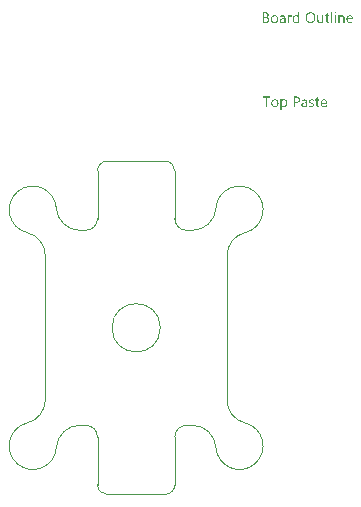
<source format=gtp>
G04*
G04 #@! TF.GenerationSoftware,Altium Limited,Altium Designer,21.8.1 (53)*
G04*
G04 Layer_Color=8421504*
%FSAX25Y25*%
%MOIN*%
G70*
G04*
G04 #@! TF.SameCoordinates,905CEB84-E458-47E2-99EE-E5A9494BEB7C*
G04*
G04*
G04 #@! TF.FilePolarity,Positive*
G04*
G01*
G75*
%ADD10C,0.00394*%
G36*
X0066434Y0137775D02*
X0066458D01*
X0066514Y0137751D01*
X0066545Y0137732D01*
X0066576Y0137707D01*
X0066582Y0137701D01*
X0066588Y0137695D01*
X0066619Y0137658D01*
X0066644Y0137596D01*
X0066650Y0137559D01*
X0066656Y0137522D01*
Y0137515D01*
Y0137503D01*
X0066650Y0137484D01*
X0066644Y0137460D01*
X0066625Y0137398D01*
X0066601Y0137367D01*
X0066576Y0137336D01*
X0066570D01*
X0066563Y0137323D01*
X0066526Y0137299D01*
X0066471Y0137274D01*
X0066434Y0137268D01*
X0066396Y0137262D01*
X0066378D01*
X0066359Y0137268D01*
X0066334D01*
X0066273Y0137293D01*
X0066242Y0137305D01*
X0066211Y0137330D01*
Y0137336D01*
X0066198Y0137342D01*
X0066186Y0137361D01*
X0066173Y0137379D01*
X0066149Y0137441D01*
X0066143Y0137478D01*
X0066136Y0137522D01*
Y0137528D01*
Y0137540D01*
X0066143Y0137559D01*
X0066149Y0137590D01*
X0066167Y0137645D01*
X0066186Y0137676D01*
X0066211Y0137707D01*
X0066217Y0137713D01*
X0066223Y0137720D01*
X0066260Y0137744D01*
X0066322Y0137769D01*
X0066359Y0137782D01*
X0066415D01*
X0066434Y0137775D01*
D02*
G37*
G36*
X0054444Y0134111D02*
X0054041D01*
Y0134532D01*
X0054029D01*
Y0134526D01*
X0054016Y0134513D01*
X0053998Y0134488D01*
X0053979Y0134458D01*
X0053948Y0134420D01*
X0053911Y0134383D01*
X0053868Y0134340D01*
X0053818Y0134297D01*
X0053763Y0134247D01*
X0053694Y0134204D01*
X0053626Y0134167D01*
X0053546Y0134129D01*
X0053465Y0134098D01*
X0053373Y0134074D01*
X0053274Y0134061D01*
X0053168Y0134055D01*
X0053125D01*
X0053088Y0134061D01*
X0053051Y0134067D01*
X0053001Y0134074D01*
X0052896Y0134098D01*
X0052772Y0134136D01*
X0052648Y0134197D01*
X0052580Y0134235D01*
X0052525Y0134278D01*
X0052463Y0134334D01*
X0052407Y0134389D01*
Y0134396D01*
X0052395Y0134408D01*
X0052382Y0134426D01*
X0052364Y0134451D01*
X0052345Y0134482D01*
X0052320Y0134526D01*
X0052296Y0134575D01*
X0052271Y0134631D01*
X0052240Y0134693D01*
X0052215Y0134761D01*
X0052190Y0134835D01*
X0052172Y0134915D01*
X0052153Y0135002D01*
X0052141Y0135101D01*
X0052135Y0135200D01*
X0052128Y0135306D01*
Y0135312D01*
Y0135330D01*
Y0135367D01*
X0052135Y0135411D01*
X0052141Y0135460D01*
X0052147Y0135522D01*
X0052153Y0135590D01*
X0052166Y0135664D01*
X0052203Y0135826D01*
X0052258Y0135993D01*
X0052296Y0136073D01*
X0052339Y0136153D01*
X0052382Y0136228D01*
X0052438Y0136302D01*
X0052444Y0136308D01*
X0052450Y0136321D01*
X0052469Y0136339D01*
X0052494Y0136364D01*
X0052525Y0136389D01*
X0052568Y0136420D01*
X0052611Y0136457D01*
X0052661Y0136494D01*
X0052785Y0136562D01*
X0052927Y0136624D01*
X0053007Y0136643D01*
X0053094Y0136661D01*
X0053181Y0136673D01*
X0053280Y0136680D01*
X0053329D01*
X0053366Y0136673D01*
X0053404Y0136667D01*
X0053453Y0136661D01*
X0053565Y0136630D01*
X0053688Y0136581D01*
X0053750Y0136550D01*
X0053812Y0136506D01*
X0053874Y0136463D01*
X0053930Y0136407D01*
X0053979Y0136345D01*
X0054029Y0136271D01*
X0054041D01*
Y0137831D01*
X0054444D01*
Y0134111D01*
D02*
G37*
G36*
X0068711Y0136673D02*
X0068786Y0136667D01*
X0068879Y0136649D01*
X0068978Y0136618D01*
X0069083Y0136568D01*
X0069188Y0136500D01*
X0069231Y0136463D01*
X0069275Y0136414D01*
X0069287Y0136401D01*
X0069312Y0136364D01*
X0069343Y0136302D01*
X0069386Y0136215D01*
X0069423Y0136110D01*
X0069460Y0135980D01*
X0069485Y0135826D01*
X0069491Y0135646D01*
Y0134111D01*
X0069089D01*
Y0135541D01*
Y0135547D01*
Y0135578D01*
X0069083Y0135615D01*
Y0135664D01*
X0069070Y0135726D01*
X0069058Y0135794D01*
X0069039Y0135869D01*
X0069015Y0135943D01*
X0068984Y0136017D01*
X0068947Y0136085D01*
X0068897Y0136153D01*
X0068841Y0136215D01*
X0068779Y0136265D01*
X0068699Y0136302D01*
X0068612Y0136333D01*
X0068507Y0136339D01*
X0068495D01*
X0068458Y0136333D01*
X0068402Y0136327D01*
X0068334Y0136308D01*
X0068253Y0136284D01*
X0068167Y0136240D01*
X0068086Y0136185D01*
X0068006Y0136110D01*
X0068000Y0136098D01*
X0067975Y0136073D01*
X0067944Y0136024D01*
X0067907Y0135956D01*
X0067870Y0135875D01*
X0067839Y0135776D01*
X0067814Y0135664D01*
X0067808Y0135541D01*
Y0134111D01*
X0067405D01*
Y0136624D01*
X0067808D01*
Y0136203D01*
X0067820D01*
X0067826Y0136209D01*
X0067832Y0136222D01*
X0067851Y0136246D01*
X0067876Y0136277D01*
X0067901Y0136314D01*
X0067938Y0136352D01*
X0067981Y0136395D01*
X0068031Y0136444D01*
X0068086Y0136488D01*
X0068148Y0136531D01*
X0068216Y0136568D01*
X0068291Y0136605D01*
X0068365Y0136636D01*
X0068451Y0136661D01*
X0068544Y0136673D01*
X0068643Y0136680D01*
X0068681D01*
X0068711Y0136673D01*
D02*
G37*
G36*
X0051714Y0136661D02*
X0051788Y0136655D01*
X0051831Y0136643D01*
X0051862Y0136630D01*
Y0136215D01*
X0051856Y0136222D01*
X0051844Y0136228D01*
X0051819Y0136240D01*
X0051788Y0136259D01*
X0051745Y0136271D01*
X0051689Y0136284D01*
X0051627Y0136290D01*
X0051559Y0136296D01*
X0051547D01*
X0051516Y0136290D01*
X0051466Y0136284D01*
X0051410Y0136265D01*
X0051336Y0136234D01*
X0051268Y0136191D01*
X0051194Y0136129D01*
X0051126Y0136048D01*
X0051119Y0136036D01*
X0051101Y0136005D01*
X0051070Y0135949D01*
X0051039Y0135875D01*
X0051008Y0135782D01*
X0050977Y0135664D01*
X0050959Y0135535D01*
X0050952Y0135386D01*
Y0134111D01*
X0050550D01*
Y0136624D01*
X0050952D01*
Y0136104D01*
X0050965D01*
Y0136110D01*
X0050971Y0136116D01*
X0050983Y0136147D01*
X0051002Y0136197D01*
X0051033Y0136259D01*
X0051064Y0136321D01*
X0051113Y0136389D01*
X0051163Y0136457D01*
X0051225Y0136519D01*
X0051231Y0136525D01*
X0051256Y0136544D01*
X0051293Y0136568D01*
X0051342Y0136593D01*
X0051398Y0136618D01*
X0051466Y0136643D01*
X0051540Y0136661D01*
X0051621Y0136667D01*
X0051676D01*
X0051714Y0136661D01*
D02*
G37*
G36*
X0062453Y0134111D02*
X0062051D01*
Y0134507D01*
X0062039D01*
Y0134501D01*
X0062026Y0134488D01*
X0062014Y0134464D01*
X0061989Y0134439D01*
X0061933Y0134365D01*
X0061847Y0134284D01*
X0061797Y0134241D01*
X0061742Y0134197D01*
X0061680Y0134160D01*
X0061605Y0134123D01*
X0061531Y0134098D01*
X0061450Y0134074D01*
X0061358Y0134061D01*
X0061265Y0134055D01*
X0061228D01*
X0061184Y0134061D01*
X0061123Y0134074D01*
X0061054Y0134086D01*
X0060980Y0134111D01*
X0060900Y0134142D01*
X0060819Y0134191D01*
X0060733Y0134247D01*
X0060652Y0134315D01*
X0060578Y0134402D01*
X0060510Y0134507D01*
X0060448Y0134625D01*
X0060404Y0134767D01*
X0060380Y0134934D01*
X0060367Y0135021D01*
Y0135120D01*
Y0136624D01*
X0060764D01*
Y0135182D01*
Y0135176D01*
Y0135151D01*
X0060770Y0135107D01*
X0060776Y0135058D01*
X0060782Y0134996D01*
X0060794Y0134934D01*
X0060813Y0134860D01*
X0060838Y0134785D01*
X0060875Y0134711D01*
X0060912Y0134643D01*
X0060962Y0134575D01*
X0061023Y0134513D01*
X0061092Y0134464D01*
X0061172Y0134426D01*
X0061271Y0134396D01*
X0061376Y0134389D01*
X0061389D01*
X0061426Y0134396D01*
X0061481Y0134402D01*
X0061543Y0134414D01*
X0061624Y0134445D01*
X0061704Y0134482D01*
X0061785Y0134532D01*
X0061859Y0134606D01*
X0061865Y0134618D01*
X0061890Y0134643D01*
X0061921Y0134693D01*
X0061958Y0134761D01*
X0061989Y0134841D01*
X0062020Y0134940D01*
X0062045Y0135052D01*
X0062051Y0135176D01*
Y0136624D01*
X0062453D01*
Y0134111D01*
D02*
G37*
G36*
X0066588D02*
X0066186D01*
Y0136624D01*
X0066588D01*
Y0134111D01*
D02*
G37*
G36*
X0065369D02*
X0064966D01*
Y0137831D01*
X0065369D01*
Y0134111D01*
D02*
G37*
G36*
X0048990Y0136673D02*
X0049046Y0136667D01*
X0049114Y0136649D01*
X0049188Y0136630D01*
X0049269Y0136599D01*
X0049355Y0136562D01*
X0049436Y0136513D01*
X0049516Y0136451D01*
X0049591Y0136376D01*
X0049659Y0136284D01*
X0049714Y0136178D01*
X0049758Y0136055D01*
X0049782Y0135912D01*
X0049795Y0135745D01*
Y0134111D01*
X0049392D01*
Y0134501D01*
X0049380D01*
Y0134495D01*
X0049368Y0134482D01*
X0049355Y0134458D01*
X0049330Y0134433D01*
X0049269Y0134358D01*
X0049188Y0134278D01*
X0049077Y0134197D01*
X0048947Y0134123D01*
X0048866Y0134098D01*
X0048786Y0134074D01*
X0048699Y0134061D01*
X0048606Y0134055D01*
X0048569D01*
X0048544Y0134061D01*
X0048476Y0134067D01*
X0048396Y0134080D01*
X0048297Y0134105D01*
X0048204Y0134136D01*
X0048105Y0134185D01*
X0048018Y0134247D01*
X0048012Y0134259D01*
X0047987Y0134284D01*
X0047950Y0134327D01*
X0047913Y0134389D01*
X0047876Y0134464D01*
X0047839Y0134550D01*
X0047814Y0134656D01*
X0047808Y0134773D01*
Y0134779D01*
Y0134804D01*
X0047814Y0134841D01*
X0047820Y0134885D01*
X0047833Y0134940D01*
X0047851Y0135002D01*
X0047876Y0135070D01*
X0047913Y0135138D01*
X0047956Y0135213D01*
X0048012Y0135287D01*
X0048080Y0135355D01*
X0048161Y0135417D01*
X0048254Y0135479D01*
X0048365Y0135528D01*
X0048489Y0135565D01*
X0048637Y0135596D01*
X0049392Y0135702D01*
Y0135708D01*
Y0135726D01*
X0049386Y0135764D01*
Y0135801D01*
X0049374Y0135850D01*
X0049368Y0135906D01*
X0049330Y0136024D01*
X0049300Y0136079D01*
X0049269Y0136135D01*
X0049225Y0136191D01*
X0049176Y0136240D01*
X0049114Y0136284D01*
X0049046Y0136314D01*
X0048965Y0136333D01*
X0048873Y0136339D01*
X0048829D01*
X0048798Y0136333D01*
X0048755D01*
X0048711Y0136321D01*
X0048600Y0136302D01*
X0048476Y0136265D01*
X0048340Y0136209D01*
X0048266Y0136172D01*
X0048198Y0136135D01*
X0048123Y0136085D01*
X0048055Y0136030D01*
Y0136444D01*
X0048062D01*
X0048074Y0136457D01*
X0048092Y0136469D01*
X0048123Y0136482D01*
X0048154Y0136500D01*
X0048198Y0136519D01*
X0048247Y0136537D01*
X0048303Y0136562D01*
X0048427Y0136605D01*
X0048575Y0136643D01*
X0048736Y0136667D01*
X0048910Y0136680D01*
X0048947D01*
X0048990Y0136673D01*
D02*
G37*
G36*
X0043301Y0137621D02*
X0043345D01*
X0043388Y0137614D01*
X0043487Y0137602D01*
X0043605Y0137571D01*
X0043729Y0137534D01*
X0043846Y0137478D01*
X0043951Y0137404D01*
X0043958D01*
X0043964Y0137391D01*
X0043995Y0137367D01*
X0044038Y0137317D01*
X0044088Y0137249D01*
X0044131Y0137162D01*
X0044174Y0137064D01*
X0044205Y0136952D01*
X0044218Y0136890D01*
Y0136822D01*
Y0136816D01*
Y0136810D01*
Y0136773D01*
X0044211Y0136717D01*
X0044199Y0136649D01*
X0044180Y0136562D01*
X0044150Y0136475D01*
X0044112Y0136389D01*
X0044057Y0136302D01*
X0044050Y0136290D01*
X0044026Y0136265D01*
X0043988Y0136228D01*
X0043939Y0136178D01*
X0043877Y0136129D01*
X0043803Y0136073D01*
X0043710Y0136030D01*
X0043611Y0135986D01*
Y0135980D01*
X0043630D01*
X0043648Y0135974D01*
X0043667Y0135968D01*
X0043735Y0135956D01*
X0043815Y0135931D01*
X0043902Y0135894D01*
X0043995Y0135850D01*
X0044088Y0135788D01*
X0044174Y0135708D01*
X0044187Y0135696D01*
X0044211Y0135664D01*
X0044242Y0135621D01*
X0044286Y0135553D01*
X0044323Y0135467D01*
X0044360Y0135367D01*
X0044385Y0135250D01*
X0044391Y0135120D01*
Y0135114D01*
Y0135101D01*
Y0135076D01*
X0044385Y0135046D01*
X0044379Y0135008D01*
X0044372Y0134965D01*
X0044348Y0134860D01*
X0044310Y0134742D01*
X0044255Y0134618D01*
X0044218Y0134563D01*
X0044174Y0134501D01*
X0044118Y0134445D01*
X0044063Y0134389D01*
X0044057D01*
X0044050Y0134377D01*
X0044032Y0134365D01*
X0044007Y0134346D01*
X0043976Y0134327D01*
X0043933Y0134303D01*
X0043840Y0134253D01*
X0043722Y0134197D01*
X0043586Y0134154D01*
X0043425Y0134123D01*
X0043345Y0134117D01*
X0043252Y0134111D01*
X0042224D01*
Y0137627D01*
X0043270D01*
X0043301Y0137621D01*
D02*
G37*
G36*
X0063797Y0136624D02*
X0064434D01*
Y0136277D01*
X0063797D01*
Y0134860D01*
Y0134847D01*
Y0134817D01*
X0063803Y0134773D01*
X0063809Y0134718D01*
X0063834Y0134600D01*
X0063852Y0134544D01*
X0063883Y0134501D01*
X0063889Y0134495D01*
X0063902Y0134482D01*
X0063920Y0134470D01*
X0063951Y0134451D01*
X0063988Y0134426D01*
X0064038Y0134414D01*
X0064100Y0134402D01*
X0064168Y0134396D01*
X0064193D01*
X0064224Y0134402D01*
X0064261Y0134408D01*
X0064347Y0134433D01*
X0064391Y0134451D01*
X0064434Y0134476D01*
Y0134129D01*
X0064428D01*
X0064409Y0134117D01*
X0064378Y0134111D01*
X0064335Y0134098D01*
X0064279Y0134086D01*
X0064218Y0134074D01*
X0064143Y0134067D01*
X0064056Y0134061D01*
X0064026D01*
X0063995Y0134067D01*
X0063951Y0134074D01*
X0063902Y0134086D01*
X0063846Y0134098D01*
X0063790Y0134123D01*
X0063728Y0134154D01*
X0063667Y0134191D01*
X0063605Y0134241D01*
X0063549Y0134297D01*
X0063499Y0134371D01*
X0063456Y0134451D01*
X0063425Y0134550D01*
X0063400Y0134662D01*
X0063394Y0134792D01*
Y0136277D01*
X0062967D01*
Y0136624D01*
X0063394D01*
Y0137237D01*
X0063797Y0137367D01*
Y0136624D01*
D02*
G37*
G36*
X0071324Y0136673D02*
X0071367Y0136667D01*
X0071410Y0136661D01*
X0071522Y0136643D01*
X0071645Y0136599D01*
X0071769Y0136544D01*
X0071831Y0136506D01*
X0071893Y0136463D01*
X0071949Y0136414D01*
X0072004Y0136358D01*
X0072011Y0136352D01*
X0072017Y0136345D01*
X0072029Y0136327D01*
X0072048Y0136302D01*
X0072066Y0136265D01*
X0072091Y0136228D01*
X0072116Y0136185D01*
X0072141Y0136129D01*
X0072165Y0136067D01*
X0072190Y0136005D01*
X0072215Y0135931D01*
X0072233Y0135850D01*
X0072252Y0135764D01*
X0072264Y0135677D01*
X0072277Y0135578D01*
Y0135473D01*
Y0135262D01*
X0070500D01*
Y0135256D01*
Y0135244D01*
Y0135225D01*
X0070507Y0135194D01*
X0070513Y0135157D01*
Y0135120D01*
X0070531Y0135021D01*
X0070562Y0134922D01*
X0070599Y0134810D01*
X0070655Y0134705D01*
X0070723Y0134612D01*
X0070736Y0134600D01*
X0070760Y0134575D01*
X0070810Y0134544D01*
X0070878Y0134501D01*
X0070965Y0134458D01*
X0071064Y0134426D01*
X0071181Y0134402D01*
X0071317Y0134389D01*
X0071361D01*
X0071392Y0134396D01*
X0071429D01*
X0071472Y0134402D01*
X0071577Y0134426D01*
X0071695Y0134458D01*
X0071825Y0134507D01*
X0071961Y0134575D01*
X0072029Y0134618D01*
X0072097Y0134668D01*
Y0134290D01*
X0072091D01*
X0072085Y0134278D01*
X0072066Y0134272D01*
X0072035Y0134253D01*
X0072004Y0134235D01*
X0071967Y0134216D01*
X0071918Y0134197D01*
X0071868Y0134173D01*
X0071806Y0134148D01*
X0071738Y0134129D01*
X0071590Y0134092D01*
X0071416Y0134067D01*
X0071224Y0134055D01*
X0071175D01*
X0071138Y0134061D01*
X0071095Y0134067D01*
X0071039Y0134074D01*
X0070921Y0134098D01*
X0070785Y0134136D01*
X0070649Y0134197D01*
X0070581Y0134241D01*
X0070513Y0134284D01*
X0070451Y0134334D01*
X0070389Y0134396D01*
X0070383Y0134402D01*
X0070376Y0134414D01*
X0070364Y0134433D01*
X0070339Y0134458D01*
X0070321Y0134495D01*
X0070296Y0134538D01*
X0070265Y0134588D01*
X0070240Y0134643D01*
X0070209Y0134705D01*
X0070185Y0134779D01*
X0070154Y0134860D01*
X0070135Y0134947D01*
X0070117Y0135039D01*
X0070098Y0135138D01*
X0070092Y0135244D01*
X0070086Y0135355D01*
Y0135361D01*
Y0135380D01*
Y0135411D01*
X0070092Y0135454D01*
X0070098Y0135504D01*
X0070104Y0135559D01*
X0070110Y0135627D01*
X0070129Y0135696D01*
X0070166Y0135844D01*
X0070222Y0136005D01*
X0070259Y0136085D01*
X0070308Y0136160D01*
X0070358Y0136240D01*
X0070414Y0136308D01*
X0070420Y0136314D01*
X0070432Y0136327D01*
X0070451Y0136345D01*
X0070476Y0136364D01*
X0070507Y0136395D01*
X0070544Y0136426D01*
X0070593Y0136457D01*
X0070643Y0136494D01*
X0070760Y0136562D01*
X0070903Y0136624D01*
X0070983Y0136643D01*
X0071064Y0136661D01*
X0071150Y0136673D01*
X0071243Y0136680D01*
X0071293D01*
X0071324Y0136673D01*
D02*
G37*
G36*
X0058281Y0137682D02*
X0058343Y0137676D01*
X0058417Y0137664D01*
X0058498Y0137645D01*
X0058585Y0137627D01*
X0058671Y0137602D01*
X0058770Y0137571D01*
X0058863Y0137528D01*
X0058962Y0137478D01*
X0059061Y0137423D01*
X0059154Y0137354D01*
X0059247Y0137280D01*
X0059334Y0137194D01*
X0059340Y0137187D01*
X0059352Y0137169D01*
X0059377Y0137144D01*
X0059402Y0137107D01*
X0059439Y0137057D01*
X0059476Y0136995D01*
X0059513Y0136927D01*
X0059556Y0136853D01*
X0059600Y0136760D01*
X0059637Y0136667D01*
X0059674Y0136562D01*
X0059711Y0136444D01*
X0059736Y0136327D01*
X0059761Y0136197D01*
X0059773Y0136055D01*
X0059779Y0135912D01*
Y0135900D01*
Y0135875D01*
Y0135832D01*
X0059773Y0135770D01*
X0059767Y0135696D01*
X0059755Y0135615D01*
X0059742Y0135522D01*
X0059724Y0135417D01*
X0059699Y0135312D01*
X0059668Y0135200D01*
X0059631Y0135089D01*
X0059587Y0134977D01*
X0059532Y0134860D01*
X0059470Y0134755D01*
X0059402Y0134649D01*
X0059321Y0134550D01*
X0059315Y0134544D01*
X0059303Y0134532D01*
X0059272Y0134507D01*
X0059241Y0134476D01*
X0059191Y0134433D01*
X0059136Y0134396D01*
X0059074Y0134346D01*
X0058999Y0134303D01*
X0058919Y0134259D01*
X0058826Y0134210D01*
X0058727Y0134173D01*
X0058615Y0134136D01*
X0058498Y0134098D01*
X0058374Y0134074D01*
X0058244Y0134061D01*
X0058102Y0134055D01*
X0058071D01*
X0058027Y0134061D01*
X0057978D01*
X0057916Y0134067D01*
X0057842Y0134080D01*
X0057761Y0134098D01*
X0057668Y0134117D01*
X0057576Y0134142D01*
X0057477Y0134173D01*
X0057377Y0134216D01*
X0057279Y0134259D01*
X0057179Y0134315D01*
X0057080Y0134383D01*
X0056988Y0134458D01*
X0056901Y0134544D01*
X0056895Y0134550D01*
X0056882Y0134569D01*
X0056858Y0134594D01*
X0056833Y0134631D01*
X0056796Y0134680D01*
X0056758Y0134742D01*
X0056721Y0134810D01*
X0056678Y0134891D01*
X0056635Y0134977D01*
X0056598Y0135070D01*
X0056560Y0135176D01*
X0056523Y0135293D01*
X0056498Y0135411D01*
X0056474Y0135541D01*
X0056461Y0135683D01*
X0056455Y0135826D01*
Y0135838D01*
Y0135863D01*
X0056461Y0135906D01*
Y0135968D01*
X0056468Y0136036D01*
X0056480Y0136123D01*
X0056492Y0136215D01*
X0056511Y0136314D01*
X0056536Y0136420D01*
X0056567Y0136531D01*
X0056604Y0136643D01*
X0056647Y0136754D01*
X0056703Y0136865D01*
X0056765Y0136977D01*
X0056833Y0137082D01*
X0056913Y0137181D01*
X0056919Y0137187D01*
X0056932Y0137206D01*
X0056963Y0137231D01*
X0057000Y0137262D01*
X0057043Y0137299D01*
X0057099Y0137342D01*
X0057167Y0137385D01*
X0057241Y0137435D01*
X0057328Y0137484D01*
X0057421Y0137528D01*
X0057520Y0137571D01*
X0057631Y0137608D01*
X0057755Y0137639D01*
X0057885Y0137670D01*
X0058021Y0137682D01*
X0058164Y0137689D01*
X0058232D01*
X0058281Y0137682D01*
D02*
G37*
G36*
X0046254Y0136673D02*
X0046297Y0136667D01*
X0046353Y0136661D01*
X0046477Y0136636D01*
X0046619Y0136593D01*
X0046762Y0136531D01*
X0046836Y0136494D01*
X0046904Y0136451D01*
X0046972Y0136395D01*
X0047034Y0136333D01*
X0047040Y0136327D01*
X0047046Y0136314D01*
X0047065Y0136296D01*
X0047084Y0136271D01*
X0047108Y0136234D01*
X0047133Y0136191D01*
X0047164Y0136141D01*
X0047195Y0136085D01*
X0047220Y0136017D01*
X0047251Y0135949D01*
X0047275Y0135869D01*
X0047300Y0135782D01*
X0047319Y0135689D01*
X0047337Y0135590D01*
X0047344Y0135485D01*
X0047350Y0135374D01*
Y0135367D01*
Y0135349D01*
Y0135318D01*
X0047344Y0135275D01*
X0047337Y0135225D01*
X0047331Y0135163D01*
X0047319Y0135101D01*
X0047306Y0135027D01*
X0047269Y0134878D01*
X0047207Y0134718D01*
X0047170Y0134637D01*
X0047121Y0134556D01*
X0047071Y0134482D01*
X0047009Y0134414D01*
X0047003Y0134408D01*
X0046991Y0134402D01*
X0046972Y0134383D01*
X0046947Y0134358D01*
X0046910Y0134334D01*
X0046873Y0134303D01*
X0046824Y0134266D01*
X0046768Y0134235D01*
X0046706Y0134204D01*
X0046638Y0134167D01*
X0046564Y0134136D01*
X0046483Y0134111D01*
X0046396Y0134086D01*
X0046304Y0134074D01*
X0046205Y0134061D01*
X0046099Y0134055D01*
X0046044D01*
X0046007Y0134061D01*
X0045963Y0134067D01*
X0045908Y0134074D01*
X0045845Y0134086D01*
X0045777Y0134098D01*
X0045635Y0134142D01*
X0045487Y0134204D01*
X0045412Y0134241D01*
X0045344Y0134290D01*
X0045276Y0134340D01*
X0045208Y0134402D01*
X0045202Y0134408D01*
X0045196Y0134420D01*
X0045177Y0134439D01*
X0045158Y0134464D01*
X0045134Y0134501D01*
X0045103Y0134544D01*
X0045072Y0134594D01*
X0045047Y0134649D01*
X0045016Y0134718D01*
X0044985Y0134785D01*
X0044954Y0134860D01*
X0044929Y0134947D01*
X0044892Y0135132D01*
X0044886Y0135231D01*
X0044880Y0135336D01*
Y0135343D01*
Y0135367D01*
Y0135398D01*
X0044886Y0135442D01*
X0044892Y0135491D01*
X0044899Y0135553D01*
X0044911Y0135621D01*
X0044923Y0135696D01*
X0044960Y0135856D01*
X0045022Y0136017D01*
X0045066Y0136098D01*
X0045109Y0136178D01*
X0045158Y0136253D01*
X0045220Y0136321D01*
X0045226Y0136327D01*
X0045239Y0136339D01*
X0045257Y0136352D01*
X0045282Y0136376D01*
X0045319Y0136401D01*
X0045363Y0136432D01*
X0045412Y0136469D01*
X0045468Y0136500D01*
X0045530Y0136531D01*
X0045604Y0136568D01*
X0045678Y0136599D01*
X0045765Y0136624D01*
X0045852Y0136649D01*
X0045951Y0136667D01*
X0046056Y0136673D01*
X0046161Y0136680D01*
X0046217D01*
X0046254Y0136673D01*
D02*
G37*
G36*
X0049467Y0108635D02*
X0049510Y0108629D01*
X0049553Y0108623D01*
X0049665Y0108598D01*
X0049789Y0108561D01*
X0049912Y0108499D01*
X0049974Y0108462D01*
X0050036Y0108412D01*
X0050092Y0108363D01*
X0050148Y0108301D01*
X0050154Y0108295D01*
X0050160Y0108289D01*
X0050172Y0108264D01*
X0050191Y0108239D01*
X0050209Y0108208D01*
X0050234Y0108165D01*
X0050259Y0108115D01*
X0050284Y0108066D01*
X0050309Y0108004D01*
X0050333Y0107936D01*
X0050358Y0107861D01*
X0050377Y0107781D01*
X0050408Y0107601D01*
X0050420Y0107502D01*
Y0107397D01*
Y0107391D01*
Y0107372D01*
Y0107335D01*
X0050414Y0107292D01*
Y0107243D01*
X0050401Y0107181D01*
X0050395Y0107113D01*
X0050383Y0107038D01*
X0050346Y0106877D01*
X0050290Y0106710D01*
X0050253Y0106630D01*
X0050216Y0106549D01*
X0050166Y0106469D01*
X0050111Y0106395D01*
X0050104Y0106388D01*
X0050098Y0106376D01*
X0050080Y0106357D01*
X0050055Y0106339D01*
X0050024Y0106308D01*
X0049987Y0106277D01*
X0049943Y0106240D01*
X0049894Y0106209D01*
X0049838Y0106172D01*
X0049776Y0106134D01*
X0049628Y0106079D01*
X0049547Y0106054D01*
X0049467Y0106035D01*
X0049374Y0106023D01*
X0049275Y0106017D01*
X0049225D01*
X0049194Y0106023D01*
X0049151Y0106029D01*
X0049108Y0106042D01*
X0048996Y0106066D01*
X0048879Y0106116D01*
X0048811Y0106153D01*
X0048749Y0106190D01*
X0048687Y0106240D01*
X0048631Y0106296D01*
X0048569Y0106357D01*
X0048520Y0106432D01*
X0048507D01*
Y0104921D01*
X0048105D01*
Y0108586D01*
X0048507D01*
Y0108140D01*
X0048520D01*
X0048526Y0108146D01*
X0048532Y0108165D01*
X0048551Y0108190D01*
X0048575Y0108221D01*
X0048606Y0108258D01*
X0048643Y0108301D01*
X0048687Y0108344D01*
X0048742Y0108394D01*
X0048798Y0108437D01*
X0048860Y0108481D01*
X0048934Y0108524D01*
X0049009Y0108561D01*
X0049095Y0108598D01*
X0049188Y0108623D01*
X0049281Y0108635D01*
X0049386Y0108642D01*
X0049436D01*
X0049467Y0108635D01*
D02*
G37*
G36*
X0058739D02*
X0058820Y0108629D01*
X0058906Y0108617D01*
X0059005Y0108592D01*
X0059105Y0108567D01*
X0059204Y0108530D01*
Y0108122D01*
X0059191Y0108128D01*
X0059154Y0108152D01*
X0059098Y0108177D01*
X0059024Y0108214D01*
X0058931Y0108245D01*
X0058820Y0108276D01*
X0058696Y0108295D01*
X0058566Y0108301D01*
X0058498D01*
X0058436Y0108289D01*
X0058362Y0108276D01*
X0058355D01*
X0058349Y0108270D01*
X0058312Y0108258D01*
X0058263Y0108233D01*
X0058207Y0108202D01*
X0058195Y0108196D01*
X0058170Y0108171D01*
X0058139Y0108134D01*
X0058108Y0108091D01*
X0058102Y0108078D01*
X0058089Y0108047D01*
X0058077Y0108004D01*
X0058071Y0107948D01*
Y0107942D01*
Y0107930D01*
Y0107911D01*
X0058077Y0107893D01*
X0058089Y0107837D01*
X0058108Y0107781D01*
X0058114Y0107769D01*
X0058133Y0107744D01*
X0058170Y0107707D01*
X0058213Y0107663D01*
X0058219D01*
X0058226Y0107657D01*
X0058263Y0107633D01*
X0058312Y0107601D01*
X0058380Y0107571D01*
X0058386D01*
X0058399Y0107564D01*
X0058417Y0107558D01*
X0058448Y0107546D01*
X0058517Y0107521D01*
X0058603Y0107484D01*
X0058609D01*
X0058634Y0107472D01*
X0058665Y0107459D01*
X0058702Y0107447D01*
X0058801Y0107404D01*
X0058900Y0107354D01*
X0058906D01*
X0058925Y0107342D01*
X0058950Y0107329D01*
X0058981Y0107311D01*
X0059055Y0107261D01*
X0059129Y0107199D01*
X0059136Y0107193D01*
X0059148Y0107187D01*
X0059160Y0107168D01*
X0059185Y0107143D01*
X0059228Y0107082D01*
X0059272Y0107001D01*
Y0106995D01*
X0059278Y0106983D01*
X0059290Y0106958D01*
X0059296Y0106927D01*
X0059309Y0106890D01*
X0059315Y0106846D01*
X0059321Y0106741D01*
Y0106735D01*
Y0106710D01*
X0059315Y0106673D01*
X0059309Y0106630D01*
X0059303Y0106580D01*
X0059284Y0106525D01*
X0059266Y0106475D01*
X0059234Y0106419D01*
X0059228Y0106413D01*
X0059222Y0106395D01*
X0059204Y0106370D01*
X0059179Y0106339D01*
X0059148Y0106302D01*
X0059111Y0106264D01*
X0059018Y0106190D01*
X0059012Y0106184D01*
X0058993Y0106178D01*
X0058968Y0106159D01*
X0058925Y0106141D01*
X0058882Y0106116D01*
X0058826Y0106097D01*
X0058770Y0106079D01*
X0058702Y0106060D01*
X0058696D01*
X0058671Y0106054D01*
X0058634Y0106048D01*
X0058591Y0106042D01*
X0058529Y0106029D01*
X0058467Y0106023D01*
X0058325Y0106017D01*
X0058263D01*
X0058188Y0106023D01*
X0058096Y0106035D01*
X0057990Y0106054D01*
X0057879Y0106079D01*
X0057767Y0106110D01*
X0057656Y0106159D01*
Y0106593D01*
X0057662D01*
X0057668Y0106580D01*
X0057687Y0106568D01*
X0057712Y0106555D01*
X0057780Y0106518D01*
X0057873Y0106475D01*
X0057978Y0106425D01*
X0058102Y0106388D01*
X0058238Y0106363D01*
X0058380Y0106351D01*
X0058430D01*
X0058461Y0106357D01*
X0058547Y0106370D01*
X0058647Y0106395D01*
X0058739Y0106438D01*
X0058783Y0106469D01*
X0058826Y0106500D01*
X0058857Y0106543D01*
X0058882Y0106586D01*
X0058900Y0106642D01*
X0058906Y0106704D01*
Y0106710D01*
Y0106723D01*
Y0106741D01*
X0058900Y0106760D01*
X0058888Y0106815D01*
X0058863Y0106871D01*
Y0106877D01*
X0058857Y0106884D01*
X0058832Y0106914D01*
X0058795Y0106958D01*
X0058739Y0106995D01*
X0058733D01*
X0058727Y0107007D01*
X0058690Y0107026D01*
X0058634Y0107063D01*
X0058560Y0107094D01*
X0058554D01*
X0058541Y0107100D01*
X0058523Y0107113D01*
X0058492Y0107125D01*
X0058424Y0107150D01*
X0058337Y0107187D01*
X0058331D01*
X0058306Y0107199D01*
X0058275Y0107212D01*
X0058238Y0107224D01*
X0058139Y0107267D01*
X0058040Y0107317D01*
X0058034Y0107323D01*
X0058021Y0107329D01*
X0057996Y0107342D01*
X0057966Y0107360D01*
X0057898Y0107410D01*
X0057829Y0107465D01*
X0057823Y0107472D01*
X0057817Y0107478D01*
X0057798Y0107496D01*
X0057780Y0107521D01*
X0057736Y0107583D01*
X0057699Y0107657D01*
Y0107663D01*
X0057693Y0107676D01*
X0057687Y0107701D01*
X0057681Y0107731D01*
X0057675Y0107769D01*
X0057668Y0107812D01*
X0057662Y0107917D01*
Y0107923D01*
Y0107948D01*
X0057668Y0107979D01*
X0057675Y0108022D01*
X0057681Y0108072D01*
X0057699Y0108122D01*
X0057718Y0108177D01*
X0057743Y0108227D01*
X0057749Y0108233D01*
X0057755Y0108252D01*
X0057774Y0108276D01*
X0057798Y0108307D01*
X0057867Y0108381D01*
X0057953Y0108456D01*
X0057959Y0108462D01*
X0057978Y0108468D01*
X0058003Y0108487D01*
X0058046Y0108505D01*
X0058089Y0108530D01*
X0058139Y0108555D01*
X0058263Y0108592D01*
X0058269D01*
X0058294Y0108598D01*
X0058325Y0108610D01*
X0058374Y0108617D01*
X0058424Y0108629D01*
X0058486Y0108635D01*
X0058622Y0108642D01*
X0058677D01*
X0058739Y0108635D01*
D02*
G37*
G36*
X0056245D02*
X0056300Y0108629D01*
X0056369Y0108610D01*
X0056443Y0108592D01*
X0056523Y0108561D01*
X0056610Y0108524D01*
X0056690Y0108474D01*
X0056771Y0108412D01*
X0056845Y0108338D01*
X0056913Y0108245D01*
X0056969Y0108140D01*
X0057012Y0108016D01*
X0057037Y0107874D01*
X0057050Y0107707D01*
Y0106073D01*
X0056647D01*
Y0106463D01*
X0056635D01*
Y0106456D01*
X0056622Y0106444D01*
X0056610Y0106419D01*
X0056585Y0106395D01*
X0056523Y0106320D01*
X0056443Y0106240D01*
X0056331Y0106159D01*
X0056201Y0106085D01*
X0056121Y0106060D01*
X0056041Y0106035D01*
X0055954Y0106023D01*
X0055861Y0106017D01*
X0055824D01*
X0055799Y0106023D01*
X0055731Y0106029D01*
X0055651Y0106042D01*
X0055551Y0106066D01*
X0055459Y0106097D01*
X0055360Y0106147D01*
X0055273Y0106209D01*
X0055267Y0106221D01*
X0055242Y0106246D01*
X0055205Y0106289D01*
X0055168Y0106351D01*
X0055131Y0106425D01*
X0055093Y0106512D01*
X0055069Y0106617D01*
X0055063Y0106735D01*
Y0106741D01*
Y0106766D01*
X0055069Y0106803D01*
X0055075Y0106846D01*
X0055087Y0106902D01*
X0055106Y0106964D01*
X0055131Y0107032D01*
X0055168Y0107100D01*
X0055211Y0107174D01*
X0055267Y0107249D01*
X0055335Y0107317D01*
X0055415Y0107379D01*
X0055508Y0107441D01*
X0055620Y0107490D01*
X0055743Y0107527D01*
X0055892Y0107558D01*
X0056647Y0107663D01*
Y0107670D01*
Y0107688D01*
X0056641Y0107725D01*
Y0107763D01*
X0056629Y0107812D01*
X0056622Y0107868D01*
X0056585Y0107985D01*
X0056554Y0108041D01*
X0056523Y0108097D01*
X0056480Y0108152D01*
X0056430Y0108202D01*
X0056369Y0108245D01*
X0056300Y0108276D01*
X0056220Y0108295D01*
X0056127Y0108301D01*
X0056084D01*
X0056053Y0108295D01*
X0056010D01*
X0055966Y0108282D01*
X0055855Y0108264D01*
X0055731Y0108227D01*
X0055595Y0108171D01*
X0055520Y0108134D01*
X0055452Y0108097D01*
X0055378Y0108047D01*
X0055310Y0107992D01*
Y0108406D01*
X0055316D01*
X0055329Y0108419D01*
X0055347Y0108431D01*
X0055378Y0108443D01*
X0055409Y0108462D01*
X0055452Y0108481D01*
X0055502Y0108499D01*
X0055558Y0108524D01*
X0055682Y0108567D01*
X0055830Y0108604D01*
X0055991Y0108629D01*
X0056164Y0108642D01*
X0056201D01*
X0056245Y0108635D01*
D02*
G37*
G36*
X0053546Y0109582D02*
X0053595D01*
X0053645Y0109576D01*
X0053775Y0109551D01*
X0053911Y0109520D01*
X0054060Y0109471D01*
X0054202Y0109403D01*
X0054264Y0109360D01*
X0054326Y0109310D01*
X0054332D01*
X0054338Y0109298D01*
X0054357Y0109279D01*
X0054375Y0109260D01*
X0054425Y0109199D01*
X0054487Y0109112D01*
X0054542Y0109001D01*
X0054592Y0108870D01*
X0054629Y0108716D01*
X0054635Y0108629D01*
X0054641Y0108536D01*
Y0108530D01*
Y0108511D01*
Y0108487D01*
X0054635Y0108456D01*
X0054629Y0108412D01*
X0054623Y0108363D01*
X0054598Y0108245D01*
X0054555Y0108115D01*
X0054493Y0107979D01*
X0054456Y0107911D01*
X0054413Y0107843D01*
X0054357Y0107775D01*
X0054295Y0107713D01*
X0054289Y0107707D01*
X0054276Y0107701D01*
X0054258Y0107682D01*
X0054233Y0107663D01*
X0054196Y0107639D01*
X0054153Y0107614D01*
X0054103Y0107583D01*
X0054047Y0107558D01*
X0053985Y0107527D01*
X0053917Y0107496D01*
X0053837Y0107472D01*
X0053756Y0107447D01*
X0053571Y0107410D01*
X0053472Y0107404D01*
X0053366Y0107397D01*
X0052902D01*
Y0106073D01*
X0052487D01*
Y0109589D01*
X0053509D01*
X0053546Y0109582D01*
D02*
G37*
G36*
X0044663Y0109217D02*
X0043648D01*
Y0106073D01*
X0043240D01*
Y0109217D01*
X0042224D01*
Y0109589D01*
X0044663D01*
Y0109217D01*
D02*
G37*
G36*
X0060473Y0108586D02*
X0061110D01*
Y0108239D01*
X0060473D01*
Y0106822D01*
Y0106809D01*
Y0106778D01*
X0060479Y0106735D01*
X0060485Y0106679D01*
X0060510Y0106562D01*
X0060528Y0106506D01*
X0060559Y0106463D01*
X0060565Y0106456D01*
X0060578Y0106444D01*
X0060596Y0106432D01*
X0060627Y0106413D01*
X0060664Y0106388D01*
X0060714Y0106376D01*
X0060776Y0106363D01*
X0060844Y0106357D01*
X0060869D01*
X0060900Y0106363D01*
X0060937Y0106370D01*
X0061023Y0106395D01*
X0061067Y0106413D01*
X0061110Y0106438D01*
Y0106091D01*
X0061104D01*
X0061085Y0106079D01*
X0061054Y0106073D01*
X0061011Y0106060D01*
X0060955Y0106048D01*
X0060893Y0106035D01*
X0060819Y0106029D01*
X0060733Y0106023D01*
X0060702D01*
X0060671Y0106029D01*
X0060627Y0106035D01*
X0060578Y0106048D01*
X0060522Y0106060D01*
X0060466Y0106085D01*
X0060404Y0106116D01*
X0060343Y0106153D01*
X0060281Y0106203D01*
X0060225Y0106258D01*
X0060175Y0106333D01*
X0060132Y0106413D01*
X0060101Y0106512D01*
X0060076Y0106623D01*
X0060070Y0106754D01*
Y0108239D01*
X0059643D01*
Y0108586D01*
X0060070D01*
Y0109199D01*
X0060473Y0109328D01*
Y0108586D01*
D02*
G37*
G36*
X0062713Y0108635D02*
X0062757Y0108629D01*
X0062800Y0108623D01*
X0062911Y0108604D01*
X0063035Y0108561D01*
X0063159Y0108505D01*
X0063221Y0108468D01*
X0063283Y0108425D01*
X0063339Y0108375D01*
X0063394Y0108320D01*
X0063400Y0108313D01*
X0063407Y0108307D01*
X0063419Y0108289D01*
X0063437Y0108264D01*
X0063456Y0108227D01*
X0063481Y0108190D01*
X0063506Y0108146D01*
X0063530Y0108091D01*
X0063555Y0108029D01*
X0063580Y0107967D01*
X0063605Y0107893D01*
X0063623Y0107812D01*
X0063642Y0107725D01*
X0063654Y0107639D01*
X0063667Y0107540D01*
Y0107434D01*
Y0107224D01*
X0061890D01*
Y0107218D01*
Y0107205D01*
Y0107187D01*
X0061896Y0107156D01*
X0061902Y0107119D01*
Y0107082D01*
X0061921Y0106983D01*
X0061952Y0106884D01*
X0061989Y0106772D01*
X0062045Y0106667D01*
X0062113Y0106574D01*
X0062125Y0106562D01*
X0062150Y0106537D01*
X0062199Y0106506D01*
X0062268Y0106463D01*
X0062354Y0106419D01*
X0062453Y0106388D01*
X0062571Y0106363D01*
X0062707Y0106351D01*
X0062750D01*
X0062781Y0106357D01*
X0062818D01*
X0062862Y0106363D01*
X0062967Y0106388D01*
X0063085Y0106419D01*
X0063215Y0106469D01*
X0063351Y0106537D01*
X0063419Y0106580D01*
X0063487Y0106630D01*
Y0106252D01*
X0063481D01*
X0063475Y0106240D01*
X0063456Y0106234D01*
X0063425Y0106215D01*
X0063394Y0106196D01*
X0063357Y0106178D01*
X0063307Y0106159D01*
X0063258Y0106134D01*
X0063196Y0106110D01*
X0063128Y0106091D01*
X0062980Y0106054D01*
X0062806Y0106029D01*
X0062614Y0106017D01*
X0062565D01*
X0062528Y0106023D01*
X0062484Y0106029D01*
X0062429Y0106035D01*
X0062311Y0106060D01*
X0062175Y0106097D01*
X0062039Y0106159D01*
X0061971Y0106203D01*
X0061902Y0106246D01*
X0061840Y0106296D01*
X0061779Y0106357D01*
X0061772Y0106363D01*
X0061766Y0106376D01*
X0061754Y0106395D01*
X0061729Y0106419D01*
X0061711Y0106456D01*
X0061686Y0106500D01*
X0061655Y0106549D01*
X0061630Y0106605D01*
X0061599Y0106667D01*
X0061574Y0106741D01*
X0061543Y0106822D01*
X0061525Y0106908D01*
X0061506Y0107001D01*
X0061488Y0107100D01*
X0061481Y0107205D01*
X0061475Y0107317D01*
Y0107323D01*
Y0107342D01*
Y0107372D01*
X0061481Y0107416D01*
X0061488Y0107465D01*
X0061494Y0107521D01*
X0061500Y0107589D01*
X0061519Y0107657D01*
X0061556Y0107806D01*
X0061611Y0107967D01*
X0061649Y0108047D01*
X0061698Y0108122D01*
X0061748Y0108202D01*
X0061803Y0108270D01*
X0061810Y0108276D01*
X0061822Y0108289D01*
X0061840Y0108307D01*
X0061865Y0108326D01*
X0061896Y0108357D01*
X0061933Y0108388D01*
X0061983Y0108419D01*
X0062032Y0108456D01*
X0062150Y0108524D01*
X0062292Y0108586D01*
X0062373Y0108604D01*
X0062453Y0108623D01*
X0062540Y0108635D01*
X0062633Y0108642D01*
X0062682D01*
X0062713Y0108635D01*
D02*
G37*
G36*
X0046365D02*
X0046409Y0108629D01*
X0046465Y0108623D01*
X0046588Y0108598D01*
X0046731Y0108555D01*
X0046873Y0108493D01*
X0046947Y0108456D01*
X0047016Y0108412D01*
X0047084Y0108357D01*
X0047145Y0108295D01*
X0047152Y0108289D01*
X0047158Y0108276D01*
X0047176Y0108258D01*
X0047195Y0108233D01*
X0047220Y0108196D01*
X0047245Y0108152D01*
X0047275Y0108103D01*
X0047306Y0108047D01*
X0047331Y0107979D01*
X0047362Y0107911D01*
X0047387Y0107831D01*
X0047412Y0107744D01*
X0047430Y0107651D01*
X0047449Y0107552D01*
X0047455Y0107447D01*
X0047461Y0107335D01*
Y0107329D01*
Y0107311D01*
Y0107280D01*
X0047455Y0107236D01*
X0047449Y0107187D01*
X0047443Y0107125D01*
X0047430Y0107063D01*
X0047418Y0106989D01*
X0047381Y0106840D01*
X0047319Y0106679D01*
X0047282Y0106599D01*
X0047232Y0106518D01*
X0047183Y0106444D01*
X0047121Y0106376D01*
X0047115Y0106370D01*
X0047102Y0106363D01*
X0047084Y0106345D01*
X0047059Y0106320D01*
X0047022Y0106296D01*
X0046984Y0106264D01*
X0046935Y0106227D01*
X0046879Y0106196D01*
X0046817Y0106166D01*
X0046749Y0106128D01*
X0046675Y0106097D01*
X0046595Y0106073D01*
X0046508Y0106048D01*
X0046415Y0106035D01*
X0046316Y0106023D01*
X0046211Y0106017D01*
X0046155D01*
X0046118Y0106023D01*
X0046075Y0106029D01*
X0046019Y0106035D01*
X0045957Y0106048D01*
X0045889Y0106060D01*
X0045746Y0106104D01*
X0045598Y0106166D01*
X0045524Y0106203D01*
X0045456Y0106252D01*
X0045388Y0106302D01*
X0045319Y0106363D01*
X0045313Y0106370D01*
X0045307Y0106382D01*
X0045289Y0106401D01*
X0045270Y0106425D01*
X0045245Y0106463D01*
X0045214Y0106506D01*
X0045183Y0106555D01*
X0045158Y0106611D01*
X0045127Y0106679D01*
X0045097Y0106747D01*
X0045066Y0106822D01*
X0045041Y0106908D01*
X0045004Y0107094D01*
X0044998Y0107193D01*
X0044991Y0107298D01*
Y0107304D01*
Y0107329D01*
Y0107360D01*
X0044998Y0107404D01*
X0045004Y0107453D01*
X0045010Y0107515D01*
X0045022Y0107583D01*
X0045035Y0107657D01*
X0045072Y0107818D01*
X0045134Y0107979D01*
X0045177Y0108060D01*
X0045220Y0108140D01*
X0045270Y0108214D01*
X0045332Y0108282D01*
X0045338Y0108289D01*
X0045350Y0108301D01*
X0045369Y0108313D01*
X0045394Y0108338D01*
X0045431Y0108363D01*
X0045474Y0108394D01*
X0045524Y0108431D01*
X0045579Y0108462D01*
X0045641Y0108493D01*
X0045716Y0108530D01*
X0045790Y0108561D01*
X0045877Y0108586D01*
X0045963Y0108610D01*
X0046062Y0108629D01*
X0046167Y0108635D01*
X0046273Y0108642D01*
X0046328D01*
X0046365Y0108635D01*
D02*
G37*
%LPC*%
G36*
X0053329Y0136339D02*
X0053292D01*
X0053267Y0136333D01*
X0053199Y0136327D01*
X0053119Y0136308D01*
X0053026Y0136271D01*
X0052927Y0136222D01*
X0052834Y0136160D01*
X0052791Y0136116D01*
X0052747Y0136067D01*
X0052741Y0136055D01*
X0052716Y0136017D01*
X0052679Y0135956D01*
X0052642Y0135875D01*
X0052605Y0135770D01*
X0052568Y0135640D01*
X0052543Y0135491D01*
X0052537Y0135324D01*
Y0135318D01*
Y0135306D01*
Y0135281D01*
X0052543Y0135250D01*
Y0135219D01*
X0052549Y0135176D01*
X0052562Y0135076D01*
X0052587Y0134965D01*
X0052624Y0134854D01*
X0052673Y0134742D01*
X0052741Y0134637D01*
X0052754Y0134625D01*
X0052778Y0134600D01*
X0052822Y0134556D01*
X0052884Y0134513D01*
X0052964Y0134470D01*
X0053057Y0134426D01*
X0053162Y0134402D01*
X0053286Y0134389D01*
X0053317D01*
X0053342Y0134396D01*
X0053404Y0134402D01*
X0053478Y0134420D01*
X0053565Y0134451D01*
X0053657Y0134488D01*
X0053744Y0134550D01*
X0053831Y0134631D01*
X0053837Y0134643D01*
X0053862Y0134674D01*
X0053899Y0134730D01*
X0053936Y0134798D01*
X0053973Y0134885D01*
X0054010Y0134990D01*
X0054035Y0135114D01*
X0054041Y0135244D01*
Y0135615D01*
Y0135621D01*
Y0135627D01*
Y0135664D01*
X0054029Y0135720D01*
X0054016Y0135794D01*
X0053992Y0135875D01*
X0053954Y0135962D01*
X0053905Y0136048D01*
X0053837Y0136129D01*
X0053831Y0136135D01*
X0053800Y0136160D01*
X0053756Y0136197D01*
X0053701Y0136234D01*
X0053626Y0136271D01*
X0053540Y0136308D01*
X0053441Y0136333D01*
X0053329Y0136339D01*
D02*
G37*
G36*
X0049392Y0135380D02*
X0048786Y0135293D01*
X0048773D01*
X0048742Y0135287D01*
X0048693Y0135275D01*
X0048631Y0135262D01*
X0048563Y0135244D01*
X0048489Y0135219D01*
X0048427Y0135194D01*
X0048365Y0135157D01*
X0048359Y0135151D01*
X0048340Y0135138D01*
X0048322Y0135114D01*
X0048297Y0135076D01*
X0048266Y0135027D01*
X0048247Y0134965D01*
X0048229Y0134891D01*
X0048223Y0134804D01*
Y0134798D01*
Y0134773D01*
X0048229Y0134742D01*
X0048241Y0134699D01*
X0048254Y0134649D01*
X0048278Y0134600D01*
X0048309Y0134550D01*
X0048353Y0134501D01*
X0048359Y0134495D01*
X0048377Y0134482D01*
X0048408Y0134464D01*
X0048445Y0134445D01*
X0048495Y0134426D01*
X0048557Y0134408D01*
X0048625Y0134396D01*
X0048705Y0134389D01*
X0048718D01*
X0048755Y0134396D01*
X0048811Y0134402D01*
X0048879Y0134414D01*
X0048953Y0134439D01*
X0049040Y0134476D01*
X0049120Y0134532D01*
X0049194Y0134600D01*
X0049200Y0134612D01*
X0049225Y0134637D01*
X0049256Y0134680D01*
X0049293Y0134742D01*
X0049330Y0134823D01*
X0049362Y0134909D01*
X0049386Y0135015D01*
X0049392Y0135126D01*
Y0135380D01*
D02*
G37*
G36*
X0043110Y0137255D02*
X0042639D01*
Y0136116D01*
X0043116D01*
X0043178Y0136123D01*
X0043252Y0136135D01*
X0043339Y0136153D01*
X0043431Y0136185D01*
X0043512Y0136222D01*
X0043592Y0136277D01*
X0043599Y0136284D01*
X0043623Y0136308D01*
X0043654Y0136345D01*
X0043691Y0136401D01*
X0043722Y0136463D01*
X0043753Y0136544D01*
X0043778Y0136636D01*
X0043784Y0136742D01*
Y0136748D01*
Y0136766D01*
X0043778Y0136791D01*
X0043772Y0136822D01*
X0043747Y0136902D01*
X0043729Y0136952D01*
X0043698Y0137002D01*
X0043667Y0137045D01*
X0043617Y0137094D01*
X0043568Y0137138D01*
X0043499Y0137175D01*
X0043425Y0137206D01*
X0043332Y0137231D01*
X0043227Y0137249D01*
X0043110Y0137255D01*
D02*
G37*
G36*
Y0135745D02*
X0042639D01*
Y0134482D01*
X0043258D01*
X0043320Y0134488D01*
X0043407Y0134501D01*
X0043493Y0134526D01*
X0043586Y0134550D01*
X0043679Y0134594D01*
X0043760Y0134649D01*
X0043766Y0134656D01*
X0043791Y0134680D01*
X0043821Y0134718D01*
X0043859Y0134773D01*
X0043896Y0134841D01*
X0043927Y0134922D01*
X0043951Y0135021D01*
X0043958Y0135126D01*
Y0135132D01*
Y0135151D01*
X0043951Y0135182D01*
X0043945Y0135225D01*
X0043933Y0135268D01*
X0043914Y0135324D01*
X0043889Y0135380D01*
X0043852Y0135435D01*
X0043809Y0135491D01*
X0043753Y0135547D01*
X0043685Y0135603D01*
X0043599Y0135646D01*
X0043506Y0135689D01*
X0043388Y0135720D01*
X0043258Y0135739D01*
X0043110Y0135745D01*
D02*
G37*
G36*
X0071237Y0136339D02*
X0071187D01*
X0071138Y0136327D01*
X0071070Y0136314D01*
X0070995Y0136290D01*
X0070909Y0136253D01*
X0070828Y0136203D01*
X0070748Y0136135D01*
X0070742Y0136129D01*
X0070717Y0136098D01*
X0070686Y0136055D01*
X0070643Y0135993D01*
X0070599Y0135918D01*
X0070562Y0135826D01*
X0070531Y0135720D01*
X0070507Y0135603D01*
X0071862D01*
Y0135609D01*
Y0135621D01*
Y0135634D01*
Y0135658D01*
X0071856Y0135726D01*
X0071844Y0135801D01*
X0071819Y0135894D01*
X0071794Y0135980D01*
X0071751Y0136067D01*
X0071695Y0136147D01*
X0071689Y0136153D01*
X0071664Y0136178D01*
X0071627Y0136209D01*
X0071577Y0136246D01*
X0071509Y0136277D01*
X0071429Y0136308D01*
X0071342Y0136333D01*
X0071237Y0136339D01*
D02*
G37*
G36*
X0058133Y0137311D02*
X0058077D01*
X0058040Y0137305D01*
X0057990Y0137299D01*
X0057941Y0137293D01*
X0057879Y0137280D01*
X0057811Y0137262D01*
X0057668Y0137212D01*
X0057594Y0137181D01*
X0057514Y0137144D01*
X0057439Y0137094D01*
X0057365Y0137039D01*
X0057297Y0136977D01*
X0057229Y0136909D01*
X0057223Y0136902D01*
X0057217Y0136890D01*
X0057198Y0136865D01*
X0057173Y0136834D01*
X0057148Y0136797D01*
X0057124Y0136748D01*
X0057093Y0136692D01*
X0057062Y0136630D01*
X0057025Y0136556D01*
X0056994Y0136482D01*
X0056969Y0136395D01*
X0056944Y0136302D01*
X0056919Y0136203D01*
X0056901Y0136092D01*
X0056895Y0135980D01*
X0056889Y0135863D01*
Y0135856D01*
Y0135832D01*
Y0135801D01*
X0056895Y0135757D01*
X0056901Y0135702D01*
X0056907Y0135634D01*
X0056919Y0135565D01*
X0056932Y0135491D01*
X0056969Y0135324D01*
X0057031Y0135145D01*
X0057068Y0135058D01*
X0057111Y0134977D01*
X0057167Y0134891D01*
X0057223Y0134817D01*
X0057229Y0134810D01*
X0057241Y0134798D01*
X0057260Y0134779D01*
X0057285Y0134755D01*
X0057316Y0134724D01*
X0057359Y0134693D01*
X0057408Y0134656D01*
X0057458Y0134618D01*
X0057520Y0134581D01*
X0057588Y0134544D01*
X0057736Y0134482D01*
X0057823Y0134458D01*
X0057910Y0134439D01*
X0058003Y0134426D01*
X0058102Y0134420D01*
X0058157D01*
X0058201Y0134426D01*
X0058244Y0134433D01*
X0058306Y0134439D01*
X0058368Y0134451D01*
X0058436Y0134470D01*
X0058578Y0134513D01*
X0058659Y0134544D01*
X0058733Y0134581D01*
X0058807Y0134625D01*
X0058882Y0134674D01*
X0058950Y0134730D01*
X0059018Y0134798D01*
X0059024Y0134804D01*
X0059030Y0134817D01*
X0059049Y0134835D01*
X0059067Y0134866D01*
X0059098Y0134909D01*
X0059123Y0134953D01*
X0059154Y0135008D01*
X0059185Y0135070D01*
X0059216Y0135145D01*
X0059247Y0135225D01*
X0059278Y0135312D01*
X0059303Y0135405D01*
X0059321Y0135504D01*
X0059340Y0135615D01*
X0059346Y0135733D01*
X0059352Y0135856D01*
Y0135863D01*
Y0135887D01*
Y0135924D01*
X0059346Y0135968D01*
X0059340Y0136030D01*
X0059334Y0136098D01*
X0059327Y0136172D01*
X0059309Y0136253D01*
X0059272Y0136420D01*
X0059216Y0136599D01*
X0059179Y0136686D01*
X0059136Y0136773D01*
X0059080Y0136853D01*
X0059024Y0136927D01*
X0059018Y0136934D01*
X0059012Y0136946D01*
X0058993Y0136964D01*
X0058962Y0136989D01*
X0058931Y0137014D01*
X0058894Y0137051D01*
X0058845Y0137082D01*
X0058795Y0137119D01*
X0058733Y0137156D01*
X0058665Y0137187D01*
X0058591Y0137224D01*
X0058510Y0137249D01*
X0058424Y0137274D01*
X0058337Y0137293D01*
X0058238Y0137305D01*
X0058133Y0137311D01*
D02*
G37*
G36*
X0046130Y0136339D02*
X0046093D01*
X0046068Y0136333D01*
X0045994Y0136327D01*
X0045908Y0136308D01*
X0045808Y0136277D01*
X0045703Y0136228D01*
X0045604Y0136160D01*
X0045555Y0136123D01*
X0045511Y0136073D01*
X0045499Y0136061D01*
X0045474Y0136024D01*
X0045443Y0135968D01*
X0045400Y0135887D01*
X0045357Y0135782D01*
X0045326Y0135658D01*
X0045301Y0135516D01*
X0045289Y0135349D01*
Y0135343D01*
Y0135330D01*
Y0135306D01*
X0045295Y0135275D01*
Y0135237D01*
X0045301Y0135194D01*
X0045319Y0135095D01*
X0045344Y0134984D01*
X0045388Y0134866D01*
X0045443Y0134748D01*
X0045518Y0134643D01*
X0045530Y0134631D01*
X0045561Y0134606D01*
X0045610Y0134563D01*
X0045678Y0134519D01*
X0045765Y0134470D01*
X0045870Y0134426D01*
X0045994Y0134402D01*
X0046130Y0134389D01*
X0046167D01*
X0046192Y0134396D01*
X0046266Y0134402D01*
X0046353Y0134420D01*
X0046446Y0134451D01*
X0046551Y0134495D01*
X0046644Y0134556D01*
X0046731Y0134637D01*
X0046737Y0134649D01*
X0046762Y0134687D01*
X0046799Y0134742D01*
X0046836Y0134823D01*
X0046873Y0134928D01*
X0046910Y0135052D01*
X0046935Y0135194D01*
X0046941Y0135361D01*
Y0135367D01*
Y0135380D01*
Y0135405D01*
Y0135442D01*
X0046935Y0135479D01*
X0046929Y0135522D01*
X0046916Y0135627D01*
X0046892Y0135745D01*
X0046854Y0135863D01*
X0046799Y0135980D01*
X0046731Y0136085D01*
X0046718Y0136098D01*
X0046694Y0136123D01*
X0046644Y0136166D01*
X0046576Y0136215D01*
X0046489Y0136259D01*
X0046390Y0136302D01*
X0046266Y0136327D01*
X0046130Y0136339D01*
D02*
G37*
G36*
X0049287Y0108301D02*
X0049256D01*
X0049231Y0108295D01*
X0049163Y0108289D01*
X0049083Y0108270D01*
X0048996Y0108239D01*
X0048897Y0108196D01*
X0048804Y0108134D01*
X0048718Y0108053D01*
X0048711Y0108041D01*
X0048687Y0108010D01*
X0048650Y0107961D01*
X0048612Y0107886D01*
X0048575Y0107800D01*
X0048538Y0107694D01*
X0048513Y0107577D01*
X0048507Y0107447D01*
Y0107094D01*
Y0107088D01*
Y0107082D01*
X0048513Y0107044D01*
X0048520Y0106983D01*
X0048532Y0106914D01*
X0048557Y0106828D01*
X0048594Y0106741D01*
X0048643Y0106655D01*
X0048711Y0106568D01*
X0048724Y0106562D01*
X0048749Y0106537D01*
X0048792Y0106500D01*
X0048854Y0106463D01*
X0048928Y0106419D01*
X0049015Y0106388D01*
X0049114Y0106363D01*
X0049225Y0106351D01*
X0049262D01*
X0049287Y0106357D01*
X0049349Y0106363D01*
X0049436Y0106388D01*
X0049522Y0106419D01*
X0049621Y0106469D01*
X0049714Y0106537D01*
X0049758Y0106580D01*
X0049795Y0106630D01*
Y0106636D01*
X0049801Y0106642D01*
X0049813Y0106661D01*
X0049826Y0106679D01*
X0049844Y0106710D01*
X0049863Y0106747D01*
X0049900Y0106834D01*
X0049937Y0106945D01*
X0049974Y0107075D01*
X0049999Y0107230D01*
X0050005Y0107410D01*
Y0107416D01*
Y0107428D01*
Y0107447D01*
Y0107478D01*
X0049999Y0107515D01*
X0049993Y0107552D01*
X0049981Y0107645D01*
X0049956Y0107750D01*
X0049925Y0107861D01*
X0049875Y0107967D01*
X0049813Y0108060D01*
X0049807Y0108072D01*
X0049776Y0108097D01*
X0049733Y0108134D01*
X0049677Y0108183D01*
X0049603Y0108227D01*
X0049510Y0108264D01*
X0049405Y0108289D01*
X0049287Y0108301D01*
D02*
G37*
G36*
X0056647Y0107342D02*
X0056041Y0107255D01*
X0056028D01*
X0055997Y0107249D01*
X0055948Y0107236D01*
X0055886Y0107224D01*
X0055818Y0107205D01*
X0055743Y0107181D01*
X0055682Y0107156D01*
X0055620Y0107119D01*
X0055613Y0107113D01*
X0055595Y0107100D01*
X0055576Y0107075D01*
X0055551Y0107038D01*
X0055520Y0106989D01*
X0055502Y0106927D01*
X0055483Y0106852D01*
X0055477Y0106766D01*
Y0106760D01*
Y0106735D01*
X0055483Y0106704D01*
X0055496Y0106661D01*
X0055508Y0106611D01*
X0055533Y0106562D01*
X0055564Y0106512D01*
X0055607Y0106463D01*
X0055613Y0106456D01*
X0055632Y0106444D01*
X0055663Y0106425D01*
X0055700Y0106407D01*
X0055749Y0106388D01*
X0055812Y0106370D01*
X0055879Y0106357D01*
X0055960Y0106351D01*
X0055972D01*
X0056010Y0106357D01*
X0056065Y0106363D01*
X0056133Y0106376D01*
X0056208Y0106401D01*
X0056294Y0106438D01*
X0056375Y0106493D01*
X0056449Y0106562D01*
X0056455Y0106574D01*
X0056480Y0106599D01*
X0056511Y0106642D01*
X0056548Y0106704D01*
X0056585Y0106784D01*
X0056616Y0106871D01*
X0056641Y0106976D01*
X0056647Y0107088D01*
Y0107342D01*
D02*
G37*
G36*
X0053385Y0109217D02*
X0052902D01*
Y0107775D01*
X0053373D01*
X0053397Y0107781D01*
X0053434D01*
X0053478Y0107787D01*
X0053571Y0107800D01*
X0053676Y0107824D01*
X0053781Y0107855D01*
X0053886Y0107905D01*
X0053979Y0107967D01*
X0053992Y0107979D01*
X0054016Y0108004D01*
X0054053Y0108047D01*
X0054097Y0108109D01*
X0054134Y0108190D01*
X0054171Y0108282D01*
X0054196Y0108394D01*
X0054208Y0108518D01*
Y0108524D01*
Y0108549D01*
X0054202Y0108580D01*
X0054196Y0108629D01*
X0054184Y0108679D01*
X0054165Y0108740D01*
X0054140Y0108802D01*
X0054103Y0108870D01*
X0054060Y0108932D01*
X0054010Y0108994D01*
X0053942Y0109056D01*
X0053862Y0109106D01*
X0053769Y0109155D01*
X0053657Y0109186D01*
X0053527Y0109211D01*
X0053385Y0109217D01*
D02*
G37*
G36*
X0062627Y0108301D02*
X0062577D01*
X0062528Y0108289D01*
X0062459Y0108276D01*
X0062385Y0108252D01*
X0062299Y0108214D01*
X0062218Y0108165D01*
X0062138Y0108097D01*
X0062131Y0108091D01*
X0062107Y0108060D01*
X0062076Y0108016D01*
X0062032Y0107954D01*
X0061989Y0107880D01*
X0061952Y0107787D01*
X0061921Y0107682D01*
X0061896Y0107564D01*
X0063252D01*
Y0107571D01*
Y0107583D01*
Y0107595D01*
Y0107620D01*
X0063246Y0107688D01*
X0063233Y0107763D01*
X0063209Y0107855D01*
X0063184Y0107942D01*
X0063140Y0108029D01*
X0063085Y0108109D01*
X0063078Y0108115D01*
X0063054Y0108140D01*
X0063017Y0108171D01*
X0062967Y0108208D01*
X0062899Y0108239D01*
X0062818Y0108270D01*
X0062732Y0108295D01*
X0062627Y0108301D01*
D02*
G37*
G36*
X0046242D02*
X0046205D01*
X0046180Y0108295D01*
X0046106Y0108289D01*
X0046019Y0108270D01*
X0045920Y0108239D01*
X0045815Y0108190D01*
X0045716Y0108122D01*
X0045666Y0108084D01*
X0045623Y0108035D01*
X0045610Y0108022D01*
X0045586Y0107985D01*
X0045555Y0107930D01*
X0045511Y0107849D01*
X0045468Y0107744D01*
X0045437Y0107620D01*
X0045412Y0107478D01*
X0045400Y0107311D01*
Y0107304D01*
Y0107292D01*
Y0107267D01*
X0045406Y0107236D01*
Y0107199D01*
X0045412Y0107156D01*
X0045431Y0107057D01*
X0045456Y0106945D01*
X0045499Y0106828D01*
X0045555Y0106710D01*
X0045629Y0106605D01*
X0045641Y0106593D01*
X0045672Y0106568D01*
X0045722Y0106525D01*
X0045790Y0106481D01*
X0045877Y0106432D01*
X0045982Y0106388D01*
X0046106Y0106363D01*
X0046242Y0106351D01*
X0046279D01*
X0046304Y0106357D01*
X0046378Y0106363D01*
X0046465Y0106382D01*
X0046557Y0106413D01*
X0046663Y0106456D01*
X0046755Y0106518D01*
X0046842Y0106599D01*
X0046848Y0106611D01*
X0046873Y0106648D01*
X0046910Y0106704D01*
X0046947Y0106784D01*
X0046984Y0106890D01*
X0047022Y0107013D01*
X0047046Y0107156D01*
X0047053Y0107323D01*
Y0107329D01*
Y0107342D01*
Y0107366D01*
Y0107404D01*
X0047046Y0107441D01*
X0047040Y0107484D01*
X0047028Y0107589D01*
X0047003Y0107707D01*
X0046966Y0107824D01*
X0046910Y0107942D01*
X0046842Y0108047D01*
X0046830Y0108060D01*
X0046805Y0108084D01*
X0046755Y0108128D01*
X0046687Y0108177D01*
X0046601Y0108221D01*
X0046502Y0108264D01*
X0046378Y0108289D01*
X0046242Y0108301D01*
D02*
G37*
%LPD*%
D10*
X0008050Y0032480D02*
G03*
X0008050Y0032480I-0008050J0000000D01*
G01*
X-0036306Y0000763D02*
G03*
X-0026591Y-0007382I0001856J-0007652D01*
G01*
X-0012874Y-0003937D02*
G03*
X-0016811Y-0000000I-0003938J-0000001D01*
G01*
X-0018733D02*
G03*
X-0026591Y-0007382I0000000J-0007874D01*
G01*
X-0030288Y0056549D02*
G03*
X-0036306Y0064198I-0007874J-0000003D01*
G01*
X0036306D02*
G03*
X0030288Y0056549I0001856J-0007652D01*
G01*
X-0036306Y0000763D02*
G03*
X-0030288Y0008412I-0001856J0007652D01*
G01*
X0016811Y-0000000D02*
G03*
X0012874Y-0003937I0000001J-0003938D01*
G01*
X0026591Y-0007382D02*
G03*
X0036306Y0000763I0007859J0000492D01*
G01*
X-0012874Y-0019882D02*
G03*
X-0009724Y-0023031I0003145J-0000004D01*
G01*
X0026591Y-0007382D02*
G03*
X0018733Y-0000000I-0007859J-0000492D01*
G01*
X0030288Y0008412D02*
G03*
X0036306Y0000763I0007874J0000003D01*
G01*
X0009724Y-0023031D02*
G03*
X0012874Y-0019882I0000004J0003145D01*
G01*
X-0026591Y0072342D02*
G03*
X-0036306Y0064198I-0007859J-0000492D01*
G01*
X0012874Y0068898D02*
G03*
X0016811Y0064961I0003938J0000001D01*
G01*
X0018733D02*
G03*
X0026591Y0072342I0000000J0007874D01*
G01*
X0036306Y0064198D02*
G03*
X0026591Y0072342I-0001856J0007652D01*
G01*
X0012874Y0084842D02*
G03*
X0009724Y0087992I-0003145J0000004D01*
G01*
X-0016811Y0064961D02*
G03*
X-0012874Y0068898I-0000001J0003938D01*
G01*
X-0026591Y0072342D02*
G03*
X-0018733Y0064961I0007859J0000492D01*
G01*
X-0009724Y0087992D02*
G03*
X-0012874Y0084842I-0000004J-0003145D01*
G01*
X-0018733Y-0000000D02*
X-0016811D01*
X-0030288Y0056549D02*
X-0030283Y0045276D01*
X-0030291Y0032480D02*
X-0030283Y0019685D01*
X-0030288Y0008412D02*
X-0030283Y0019685D01*
X-0030291Y0032480D02*
X-0030283Y0045276D01*
X0030283D02*
X0030288Y0056549D01*
X0030283Y0045276D02*
X0030291Y0032480D01*
X-0012874Y-0019882D02*
Y-0003937D01*
X0030283Y0019685D02*
X0030288Y0008412D01*
X0016811Y-0000000D02*
X0018733D01*
X-0009724Y-0023031D02*
X0009724D01*
X0030283Y0019685D02*
X0030291Y0032480D01*
X0012874Y-0019882D02*
Y-0003937D01*
X-0009724Y0087992D02*
X0009724D01*
X-0012874Y0068898D02*
Y0084842D01*
X-0018733Y0064961D02*
X-0016811D01*
X0016811D02*
X0018733D01*
X0012874Y0068898D02*
Y0084842D01*
M02*

</source>
